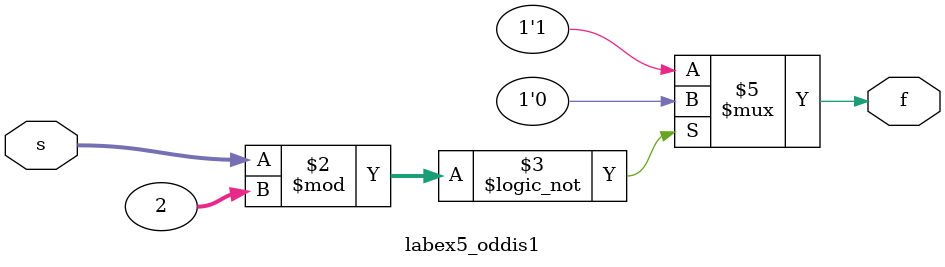
<source format=v>
module labex5_oddis1(s,f);
             input [3:0] s;
             output reg f;
             always @(s)
             begin
                      if(s %2 == 0)
                         f = 0;
                      else f = 1;
             end
endmodule 
</source>
